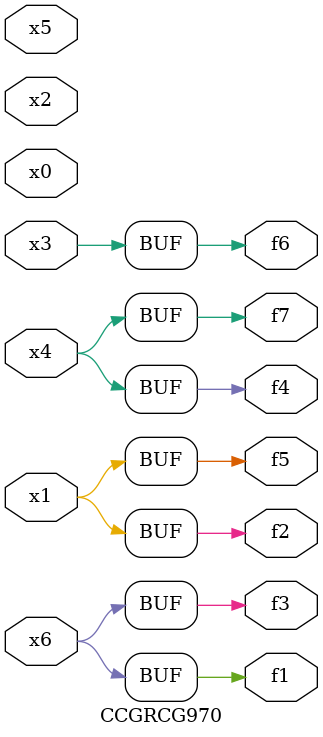
<source format=v>
module CCGRCG970(
	input x0, x1, x2, x3, x4, x5, x6,
	output f1, f2, f3, f4, f5, f6, f7
);
	assign f1 = x6;
	assign f2 = x1;
	assign f3 = x6;
	assign f4 = x4;
	assign f5 = x1;
	assign f6 = x3;
	assign f7 = x4;
endmodule

</source>
